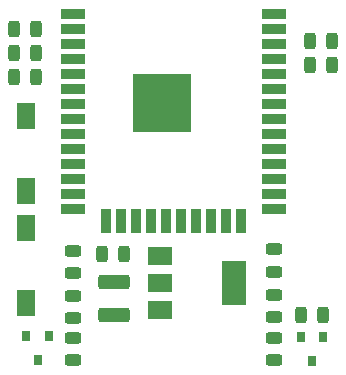
<source format=gbr>
G04 #@! TF.GenerationSoftware,KiCad,Pcbnew,7.0.6*
G04 #@! TF.CreationDate,2023-11-12T09:36:55+05:30*
G04 #@! TF.ProjectId,ESP32-Miner,45535033-322d-44d6-996e-65722e6b6963,rev?*
G04 #@! TF.SameCoordinates,Original*
G04 #@! TF.FileFunction,Paste,Top*
G04 #@! TF.FilePolarity,Positive*
%FSLAX46Y46*%
G04 Gerber Fmt 4.6, Leading zero omitted, Abs format (unit mm)*
G04 Created by KiCad (PCBNEW 7.0.6) date 2023-11-12 09:36:55*
%MOMM*%
%LPD*%
G01*
G04 APERTURE LIST*
G04 Aperture macros list*
%AMRoundRect*
0 Rectangle with rounded corners*
0 $1 Rounding radius*
0 $2 $3 $4 $5 $6 $7 $8 $9 X,Y pos of 4 corners*
0 Add a 4 corners polygon primitive as box body*
4,1,4,$2,$3,$4,$5,$6,$7,$8,$9,$2,$3,0*
0 Add four circle primitives for the rounded corners*
1,1,$1+$1,$2,$3*
1,1,$1+$1,$4,$5*
1,1,$1+$1,$6,$7*
1,1,$1+$1,$8,$9*
0 Add four rect primitives between the rounded corners*
20,1,$1+$1,$2,$3,$4,$5,0*
20,1,$1+$1,$4,$5,$6,$7,0*
20,1,$1+$1,$6,$7,$8,$9,0*
20,1,$1+$1,$8,$9,$2,$3,0*%
G04 Aperture macros list end*
%ADD10RoundRect,0.243750X-0.456250X0.243750X-0.456250X-0.243750X0.456250X-0.243750X0.456250X0.243750X0*%
%ADD11R,0.800000X0.900000*%
%ADD12R,2.000000X1.500000*%
%ADD13R,2.000000X3.800000*%
%ADD14RoundRect,0.243750X0.243750X0.456250X-0.243750X0.456250X-0.243750X-0.456250X0.243750X-0.456250X0*%
%ADD15RoundRect,0.243750X-0.243750X-0.456250X0.243750X-0.456250X0.243750X0.456250X-0.243750X0.456250X0*%
%ADD16R,1.597660X2.298700*%
%ADD17R,2.000000X0.900000*%
%ADD18R,0.900000X2.000000*%
%ADD19R,5.000000X5.000000*%
%ADD20RoundRect,0.250000X1.075000X-0.375000X1.075000X0.375000X-1.075000X0.375000X-1.075000X-0.375000X0*%
G04 APERTURE END LIST*
D10*
G04 #@! TO.C,C2*
X150000000Y-95982500D03*
X150000000Y-97857500D03*
G04 #@! TD*
D11*
G04 #@! TO.C,Q1*
X130950000Y-99500000D03*
X129050000Y-99500000D03*
X130000000Y-101500000D03*
G04 #@! TD*
D12*
G04 #@! TO.C,U1*
X140350000Y-92700000D03*
X140350000Y-95000000D03*
D13*
X146650000Y-95000000D03*
D12*
X140350000Y-97300000D03*
G04 #@! TD*
D10*
G04 #@! TO.C,R6*
X133000000Y-99625000D03*
X133000000Y-101500000D03*
G04 #@! TD*
G04 #@! TO.C,R5*
X133000000Y-96062500D03*
X133000000Y-97937500D03*
G04 #@! TD*
D14*
G04 #@! TO.C,D2*
X154937500Y-74500000D03*
X153062500Y-74500000D03*
G04 #@! TD*
G04 #@! TO.C,R10*
X129875000Y-77500000D03*
X128000000Y-77500000D03*
G04 #@! TD*
D15*
G04 #@! TO.C,R2*
X153062500Y-76500000D03*
X154937500Y-76500000D03*
G04 #@! TD*
D16*
G04 #@! TO.C,SW1*
X129000000Y-87149600D03*
X129000000Y-80850400D03*
G04 #@! TD*
G04 #@! TO.C,SW2*
X129000000Y-90350400D03*
X129000000Y-96649600D03*
G04 #@! TD*
D14*
G04 #@! TO.C,C3*
X129875000Y-73500000D03*
X128000000Y-73500000D03*
G04 #@! TD*
D15*
G04 #@! TO.C,C4*
X128000000Y-75500000D03*
X129875000Y-75500000D03*
G04 #@! TD*
D11*
G04 #@! TO.C,Q2*
X154200000Y-99562500D03*
X152300000Y-99562500D03*
X153250000Y-101562500D03*
G04 #@! TD*
D15*
G04 #@! TO.C,R7*
X152312500Y-97650000D03*
X154187500Y-97650000D03*
G04 #@! TD*
D10*
G04 #@! TO.C,R9*
X150000000Y-92142500D03*
X150000000Y-94017500D03*
G04 #@! TD*
D17*
G04 #@! TO.C,U2*
X133000000Y-72245000D03*
X133000000Y-73515000D03*
X133000000Y-74785000D03*
X133000000Y-76055000D03*
X133000000Y-77325000D03*
X133000000Y-78595000D03*
X133000000Y-79865000D03*
X133000000Y-81135000D03*
X133000000Y-82405000D03*
X133000000Y-83675000D03*
X133000000Y-84945000D03*
X133000000Y-86215000D03*
X133000000Y-87485000D03*
X133000000Y-88755000D03*
D18*
X135785000Y-89755000D03*
X137055000Y-89755000D03*
X138325000Y-89755000D03*
X139595000Y-89755000D03*
X140865000Y-89755000D03*
X142135000Y-89755000D03*
X143405000Y-89755000D03*
X144675000Y-89755000D03*
X145945000Y-89755000D03*
X147215000Y-89755000D03*
D17*
X150000000Y-88755000D03*
X150000000Y-87485000D03*
X150000000Y-86215000D03*
X150000000Y-84945000D03*
X150000000Y-83675000D03*
X150000000Y-82405000D03*
X150000000Y-81135000D03*
X150000000Y-79865000D03*
X150000000Y-78595000D03*
X150000000Y-77325000D03*
X150000000Y-76055000D03*
X150000000Y-74785000D03*
X150000000Y-73515000D03*
X150000000Y-72245000D03*
D19*
X140500000Y-79745000D03*
G04 #@! TD*
D10*
G04 #@! TO.C,R1*
X133000000Y-92247500D03*
X133000000Y-94122500D03*
G04 #@! TD*
G04 #@! TO.C,R8*
X150000000Y-99625000D03*
X150000000Y-101500000D03*
G04 #@! TD*
D14*
G04 #@! TO.C,D1*
X137297500Y-92500000D03*
X135422500Y-92500000D03*
G04 #@! TD*
D20*
G04 #@! TO.C,C1*
X136500000Y-97720000D03*
X136500000Y-94920000D03*
G04 #@! TD*
M02*

</source>
